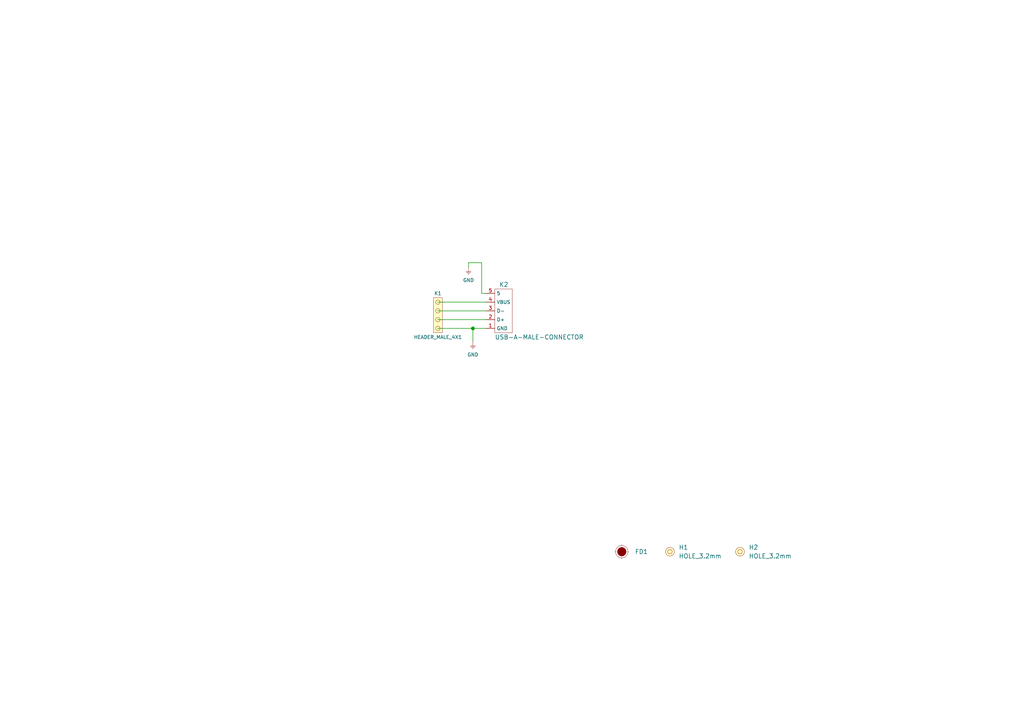
<source format=kicad_sch>
(kicad_sch (version 20210126) (generator eeschema)

  (paper "A4")

  (lib_symbols
    (symbol "e-radionica.com schematics:Fiducial_Stencil" (pin_numbers hide) (pin_names hide) (in_bom yes) (on_board yes)
      (property "Reference" "FD?" (id 0) (at 0 3.048 0)
        (effects (font (size 1.27 1.27)))
      )
      (property "Value" "Fiducial_Stencil" (id 1) (at 0 -2.794 0)
        (effects (font (size 1.27 1.27)) hide)
      )
      (property "Footprint" "e-radionica.com footprinti:FIDUCIAL_1MM_PASTE" (id 2) (at 0 -6.35 0)
        (effects (font (size 1.27 1.27)) hide)
      )
      (property "Datasheet" "" (id 3) (at 0 0 0)
        (effects (font (size 1.27 1.27)) hide)
      )
      (symbol "Fiducial_Stencil_0_1"
        (circle (center 0 0) (radius 1.7961) (stroke (width 0.0006)) (fill (type none)))
        (circle (center 0 0) (radius 1.27) (stroke (width 0.001)) (fill (type outline)))
        (polyline
          (pts
            (xy 1.778 0)
            (xy 2.032 0)
          )
          (stroke (width 0.0006)) (fill (type none))
        )
        (polyline
          (pts
            (xy 0 1.778)
            (xy 0 2.032)
          )
          (stroke (width 0.0006)) (fill (type none))
        )
        (polyline
          (pts
            (xy -1.778 0)
            (xy -2.032 0)
          )
          (stroke (width 0.0006)) (fill (type none))
        )
        (polyline
          (pts
            (xy 0 -1.778)
            (xy 0 -2.032)
          )
          (stroke (width 0.0006)) (fill (type none))
        )
      )
    )
    (symbol "e-radionica.com schematics:GND" (power) (pin_names (offset 0)) (in_bom yes) (on_board yes)
      (property "Reference" "#PWR" (id 0) (at 4.445 0 0)
        (effects (font (size 1 1)) hide)
      )
      (property "Value" "GND" (id 1) (at 0 -2.921 0)
        (effects (font (size 1 1)))
      )
      (property "Footprint" "" (id 2) (at 4.445 3.81 0)
        (effects (font (size 1 1)) hide)
      )
      (property "Datasheet" "" (id 3) (at 4.445 3.81 0)
        (effects (font (size 1 1)) hide)
      )
      (property "ki_keywords" "power-flag" (id 4) (at 0 0 0)
        (effects (font (size 1.27 1.27)) hide)
      )
      (property "ki_description" "Power symbol creates a global label with name \"+3V3\"" (id 5) (at 0 0 0)
        (effects (font (size 1.27 1.27)) hide)
      )
      (symbol "GND_0_1"
        (polyline
          (pts
            (xy 0 0)
            (xy 0 -1.27)
          )
          (stroke (width 0.0006)) (fill (type none))
        )
        (polyline
          (pts
            (xy -0.762 -1.27)
            (xy 0.762 -1.27)
          )
          (stroke (width 0.0006)) (fill (type none))
        )
        (polyline
          (pts
            (xy -0.381 -1.778)
            (xy 0.381 -1.778)
          )
          (stroke (width 0.0006)) (fill (type none))
        )
        (polyline
          (pts
            (xy -0.127 -2.032)
            (xy 0.127 -2.032)
          )
          (stroke (width 0.0006)) (fill (type none))
        )
        (polyline
          (pts
            (xy -0.635 -1.524)
            (xy 0.635 -1.524)
          )
          (stroke (width 0.0006)) (fill (type none))
        )
      )
      (symbol "GND_1_1"
        (pin power_in line (at 0 0 270) (length 0) hide
          (name "GND" (effects (font (size 1.27 1.27))))
          (number "1" (effects (font (size 1.27 1.27))))
        )
      )
    )
    (symbol "e-radionica.com schematics:HEADER_MALE_4X1" (pin_numbers hide) (pin_names hide) (in_bom yes) (on_board yes)
      (property "Reference" "K" (id 0) (at -0.635 7.62 0)
        (effects (font (size 1 1)))
      )
      (property "Value" "HEADER_MALE_4X1" (id 1) (at 0 -5.08 0)
        (effects (font (size 1 1)))
      )
      (property "Footprint" "e-radionica.com footprinti:HEADER_MALE_4X1" (id 2) (at 0 -2.54 0)
        (effects (font (size 1 1)) hide)
      )
      (property "Datasheet" "" (id 3) (at 0 -2.54 0)
        (effects (font (size 1 1)) hide)
      )
      (symbol "HEADER_MALE_4X1_0_1"
        (circle (center 0 -2.54) (radius 0.635) (stroke (width 0.0006)) (fill (type none)))
        (circle (center 0 0) (radius 0.635) (stroke (width 0.0006)) (fill (type none)))
        (circle (center 0 2.54) (radius 0.635) (stroke (width 0.0006)) (fill (type none)))
        (circle (center 0 5.08) (radius 0.635) (stroke (width 0.0006)) (fill (type none)))
        (rectangle (start 1.27 -3.81) (end -1.27 6.35)
          (stroke (width 0.001)) (fill (type background))
        )
      )
      (symbol "HEADER_MALE_4X1_1_1"
        (pin passive line (at 0 -2.54 180) (length 0)
          (name "~" (effects (font (size 1 1))))
          (number "1" (effects (font (size 1 1))))
        )
        (pin passive line (at 0 0 180) (length 0)
          (name "~" (effects (font (size 1 1))))
          (number "2" (effects (font (size 1 1))))
        )
        (pin passive line (at 0 2.54 180) (length 0)
          (name "~" (effects (font (size 1 1))))
          (number "3" (effects (font (size 1 1))))
        )
        (pin passive line (at 0 5.08 180) (length 0)
          (name "~" (effects (font (size 1 1))))
          (number "4" (effects (font (size 1 1))))
        )
      )
    )
    (symbol "e-radionica.com schematics:HOLE_3.2mm" (pin_numbers hide) (pin_names hide) (in_bom yes) (on_board yes)
      (property "Reference" "H" (id 0) (at 0 2.54 0)
        (effects (font (size 1.27 1.27)))
      )
      (property "Value" "HOLE_3.2mm" (id 1) (at 0 -2.54 0)
        (effects (font (size 1.27 1.27)))
      )
      (property "Footprint" "e-radionica.com footprinti:HOLE_3.2mm" (id 2) (at 0 0 0)
        (effects (font (size 1.27 1.27)) hide)
      )
      (property "Datasheet" "" (id 3) (at 0 0 0)
        (effects (font (size 1.27 1.27)) hide)
      )
      (symbol "HOLE_3.2mm_0_1"
        (circle (center 0 0) (radius 1.27) (stroke (width 0.001)) (fill (type background)))
        (circle (center 0 0) (radius 0.635) (stroke (width 0.0006)) (fill (type none)))
      )
    )
    (symbol "e-radionica.com schematics:USB-A-MALE-CONNECTOR" (in_bom yes) (on_board yes)
      (property "Reference" "K" (id 0) (at 0 9.779 0)
        (effects (font (size 1.27 1.27)))
      )
      (property "Value" "USB-A-MALE-CONNECTOR" (id 1) (at 0 -8.89 0)
        (effects (font (size 1.27 1.27)))
      )
      (property "Footprint" "e-radionica.com footprinti:USB_A_MALE_CONNECTOR" (id 2) (at 0 -13.97 0)
        (effects (font (size 1.27 1.27)) hide)
      )
      (property "Datasheet" "" (id 3) (at 0 1.27 0)
        (effects (font (size 1.27 1.27)) hide)
      )
      (symbol "USB-A-MALE-CONNECTOR_0_1"
        (rectangle (start -5.08 6.35) (end 0 -6.35)
          (stroke (width 0.0006)) (fill (type none))
        )
      )
      (symbol "USB-A-MALE-CONNECTOR_1_1"
        (pin passive line (at 2.54 2.54 180) (length 2.54)
          (name "D+" (effects (font (size 1 1))))
          (number "2" (effects (font (size 1 1))))
        )
        (pin passive line (at 2.54 0 180) (length 2.54)
          (name "D-" (effects (font (size 1 1))))
          (number "3" (effects (font (size 1 1))))
        )
        (pin passive line (at 2.54 -2.54 180) (length 2.54)
          (name "VBUS" (effects (font (size 1 1))))
          (number "4" (effects (font (size 1 1))))
        )
        (pin passive line (at 2.54 5.08 180) (length 2.54)
          (name "GND" (effects (font (size 1 1))))
          (number "1" (effects (font (size 1 1))))
        )
        (pin passive line (at 2.54 -5.08 180) (length 2.54)
          (name "5" (effects (font (size 1 1))))
          (number "5" (effects (font (size 1 1))))
        )
      )
    )
  )

  (junction (at 137.16 95.25) (diameter 0.9144) (color 0 0 0 0))

  (wire (pts (xy 127 87.63) (xy 140.97 87.63))
    (stroke (width 0) (type solid) (color 0 0 0 0))
    (uuid b7d45c04-43a1-4af7-bcc7-748db40a0153)
  )
  (wire (pts (xy 127 90.17) (xy 140.97 90.17))
    (stroke (width 0) (type solid) (color 0 0 0 0))
    (uuid 659fc6df-50d4-4717-9f0c-a1e0163d0932)
  )
  (wire (pts (xy 127 92.71) (xy 140.97 92.71))
    (stroke (width 0) (type solid) (color 0 0 0 0))
    (uuid 7f5288f1-3200-4857-b008-abb10fae023b)
  )
  (wire (pts (xy 127 95.25) (xy 137.16 95.25))
    (stroke (width 0) (type solid) (color 0 0 0 0))
    (uuid 7db9919e-fbe7-4a81-a3cf-4a6771e1df4e)
  )
  (wire (pts (xy 135.89 76.2) (xy 135.89 77.47))
    (stroke (width 0) (type solid) (color 0 0 0 0))
    (uuid 06d0339b-8895-439e-9db5-a3eca5f2df0d)
  )
  (wire (pts (xy 137.16 95.25) (xy 137.16 99.06))
    (stroke (width 0) (type solid) (color 0 0 0 0))
    (uuid ff628feb-0643-421e-a034-129723f883ff)
  )
  (wire (pts (xy 139.7 76.2) (xy 135.89 76.2))
    (stroke (width 0) (type solid) (color 0 0 0 0))
    (uuid 06d0339b-8895-439e-9db5-a3eca5f2df0d)
  )
  (wire (pts (xy 139.7 85.09) (xy 139.7 76.2))
    (stroke (width 0) (type solid) (color 0 0 0 0))
    (uuid 06d0339b-8895-439e-9db5-a3eca5f2df0d)
  )
  (wire (pts (xy 140.97 85.09) (xy 139.7 85.09))
    (stroke (width 0) (type solid) (color 0 0 0 0))
    (uuid 06d0339b-8895-439e-9db5-a3eca5f2df0d)
  )
  (wire (pts (xy 140.97 95.25) (xy 137.16 95.25))
    (stroke (width 0) (type solid) (color 0 0 0 0))
    (uuid ff628feb-0643-421e-a034-129723f883ff)
  )

  (symbol (lib_id "e-radionica.com schematics:GND") (at 135.89 77.47 0) (unit 1)
    (in_bom yes) (on_board yes)
    (uuid be579cd3-efe7-4135-b68d-19876baf6e51)
    (property "Reference" "#PWR0101" (id 0) (at 140.335 77.47 0)
      (effects (font (size 1 1)) hide)
    )
    (property "Value" "GND" (id 1) (at 135.89 81.28 0)
      (effects (font (size 1 1)))
    )
    (property "Footprint" "" (id 2) (at 140.335 73.66 0)
      (effects (font (size 1 1)) hide)
    )
    (property "Datasheet" "" (id 3) (at 140.335 73.66 0)
      (effects (font (size 1 1)) hide)
    )
    (pin "1" (uuid 8dceadf6-39bc-49a9-8fd8-e3e60e6c62a9))
  )

  (symbol (lib_id "e-radionica.com schematics:GND") (at 137.16 99.06 0) (unit 1)
    (in_bom yes) (on_board yes)
    (uuid d836d513-6b2b-457f-be70-f5d192dc9ec5)
    (property "Reference" "#PWR0102" (id 0) (at 141.605 99.06 0)
      (effects (font (size 1 1)) hide)
    )
    (property "Value" "GND" (id 1) (at 137.16 102.87 0)
      (effects (font (size 1 1)))
    )
    (property "Footprint" "" (id 2) (at 141.605 95.25 0)
      (effects (font (size 1 1)) hide)
    )
    (property "Datasheet" "" (id 3) (at 141.605 95.25 0)
      (effects (font (size 1 1)) hide)
    )
    (pin "1" (uuid 8dceadf6-39bc-49a9-8fd8-e3e60e6c62a9))
  )

  (symbol (lib_id "e-radionica.com schematics:HOLE_3.2mm") (at 194.31 160.02 0) (unit 1)
    (in_bom yes) (on_board yes)
    (uuid 5c85eae6-8bba-4cd9-a985-7c79f839d7e8)
    (property "Reference" "H1" (id 0) (at 196.85 158.75 0)
      (effects (font (size 1.27 1.27)) (justify left))
    )
    (property "Value" "HOLE_3.2mm" (id 1) (at 196.85 161.29 0)
      (effects (font (size 1.27 1.27)) (justify left))
    )
    (property "Footprint" "e-radionica.com footprinti:HOLE_3.2mm" (id 2) (at 194.31 160.02 0)
      (effects (font (size 1.27 1.27)) hide)
    )
    (property "Datasheet" "" (id 3) (at 194.31 160.02 0)
      (effects (font (size 1.27 1.27)) hide)
    )
  )

  (symbol (lib_id "e-radionica.com schematics:HOLE_3.2mm") (at 214.63 160.02 0) (unit 1)
    (in_bom yes) (on_board yes)
    (uuid 744da8cf-e120-42d4-846c-01e38852b5a2)
    (property "Reference" "H2" (id 0) (at 217.17 158.75 0)
      (effects (font (size 1.27 1.27)) (justify left))
    )
    (property "Value" "HOLE_3.2mm" (id 1) (at 217.17 161.29 0)
      (effects (font (size 1.27 1.27)) (justify left))
    )
    (property "Footprint" "e-radionica.com footprinti:HOLE_3.2mm" (id 2) (at 214.63 160.02 0)
      (effects (font (size 1.27 1.27)) hide)
    )
    (property "Datasheet" "" (id 3) (at 214.63 160.02 0)
      (effects (font (size 1.27 1.27)) hide)
    )
  )

  (symbol (lib_id "e-radionica.com schematics:Fiducial_Stencil") (at 180.34 160.02 0) (unit 1)
    (in_bom yes) (on_board yes)
    (uuid 5c3219b6-f943-43cd-9651-4a02c50f36eb)
    (property "Reference" "FD1" (id 0) (at 184.15 160.02 0)
      (effects (font (size 1.27 1.27)) (justify left))
    )
    (property "Value" "Fiducial_Stencil" (id 1) (at 180.34 162.814 0)
      (effects (font (size 1.27 1.27)) hide)
    )
    (property "Footprint" "e-radionica.com footprinti:FIDUCIAL_1MM_PASTE" (id 2) (at 180.34 166.37 0)
      (effects (font (size 1.27 1.27)) hide)
    )
    (property "Datasheet" "" (id 3) (at 180.34 160.02 0)
      (effects (font (size 1.27 1.27)) hide)
    )
  )

  (symbol (lib_id "e-radionica.com schematics:HEADER_MALE_4X1") (at 127 92.71 0) (unit 1)
    (in_bom yes) (on_board yes)
    (uuid 97f2b79e-c363-4320-b85a-3f279feba641)
    (property "Reference" "K1" (id 0) (at 127 85.09 0)
      (effects (font (size 1 1)))
    )
    (property "Value" "HEADER_MALE_4X1" (id 1) (at 127 97.79 0)
      (effects (font (size 1 1)))
    )
    (property "Footprint" "e-radionica.com footprinti:HEADER_MALE_4X1" (id 2) (at 127 95.25 0)
      (effects (font (size 1 1)) hide)
    )
    (property "Datasheet" "" (id 3) (at 127 95.25 0)
      (effects (font (size 1 1)) hide)
    )
    (pin "1" (uuid 89ac74f4-94e3-440e-8217-9ea99f5eb4dd))
    (pin "2" (uuid 6bd37d3a-4e52-4d84-96b4-a8bdabe88612))
    (pin "3" (uuid e6191650-a661-4f28-a145-8cc8bb3e76ce))
    (pin "4" (uuid a30e4776-3cfa-474b-8b61-2ac017589dec))
  )

  (symbol (lib_id "e-radionica.com schematics:USB-A-MALE-CONNECTOR") (at 143.51 90.17 180) (unit 1)
    (in_bom yes) (on_board yes)
    (uuid b8bd86be-aff9-480f-97ca-d4469028ba80)
    (property "Reference" "K2" (id 0) (at 144.78 82.55 0)
      (effects (font (size 1.27 1.27)) (justify right))
    )
    (property "Value" "USB-A-MALE-CONNECTOR" (id 1) (at 143.51 97.79 0)
      (effects (font (size 1.27 1.27)) (justify right))
    )
    (property "Footprint" "e-radionica.com footprinti:USB_A_MALE_CONNECTOR" (id 2) (at 143.51 90.17 0)
      (effects (font (size 1.27 1.27)) hide)
    )
    (property "Datasheet" "" (id 3) (at 143.51 91.44 0)
      (effects (font (size 1.27 1.27)) hide)
    )
    (pin "2" (uuid 71e6383e-a807-45ba-bef2-82644489acd7))
    (pin "3" (uuid 6262bf55-2c42-42fd-a1ec-dda535f898d2))
    (pin "4" (uuid b9409b55-a263-47cb-8074-1b108584e411))
    (pin "1" (uuid 7a743a10-f02e-4923-bfc2-9ce4aab6c631))
    (pin "5" (uuid 803d09f8-82c4-47a1-8db6-40930707ede2))
  )

  (sheet_instances
    (path "/" (page "1"))
  )

  (symbol_instances
    (path "/be579cd3-efe7-4135-b68d-19876baf6e51"
      (reference "#PWR0101") (unit 1) (value "GND") (footprint "")
    )
    (path "/d836d513-6b2b-457f-be70-f5d192dc9ec5"
      (reference "#PWR0102") (unit 1) (value "GND") (footprint "")
    )
    (path "/5c3219b6-f943-43cd-9651-4a02c50f36eb"
      (reference "FD1") (unit 1) (value "Fiducial_Stencil") (footprint "e-radionica.com footprinti:FIDUCIAL_1MM_PASTE")
    )
    (path "/5c85eae6-8bba-4cd9-a985-7c79f839d7e8"
      (reference "H1") (unit 1) (value "HOLE_3.2mm") (footprint "e-radionica.com footprinti:HOLE_3.2mm")
    )
    (path "/744da8cf-e120-42d4-846c-01e38852b5a2"
      (reference "H2") (unit 1) (value "HOLE_3.2mm") (footprint "e-radionica.com footprinti:HOLE_3.2mm")
    )
    (path "/97f2b79e-c363-4320-b85a-3f279feba641"
      (reference "K1") (unit 1) (value "HEADER_MALE_4X1") (footprint "e-radionica.com footprinti:HEADER_MALE_4X1")
    )
    (path "/b8bd86be-aff9-480f-97ca-d4469028ba80"
      (reference "K2") (unit 1) (value "USB-A-MALE-CONNECTOR") (footprint "e-radionica.com footprinti:USB_A_MALE_CONNECTOR")
    )
  )
)

</source>
